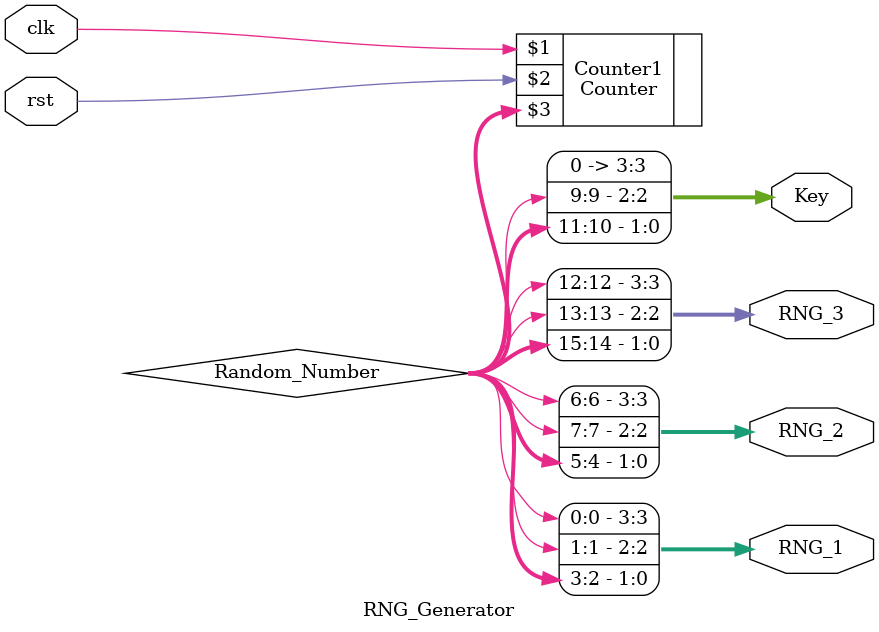
<source format=v>
module RNG_Generator(clk, rst, RNG_1, RNG_2, RNG_3, Key);
 
 input clk, rst;
 output [3:0]RNG_1;
 output [3:0]RNG_2;
 output [3:0]RNG_3;
 output [3:0]Key; 
 wire [15:0]Random_Number;
 
 Counter Counter1(clk, rst, Random_Number);
 assign RNG_1 ={Random_Number[0],Random_Number[1],Random_Number[3],Random_Number[2]};
 assign RNG_2 ={Random_Number[6],Random_Number[7],Random_Number[5],Random_Number[4]};
 assign RNG_3 ={Random_Number[12],Random_Number[13],Random_Number[15],Random_Number[14]};
 assign Key ={1'b0,Random_Number[9],Random_Number[11],Random_Number[10]};
 
 
endmodule

</source>
